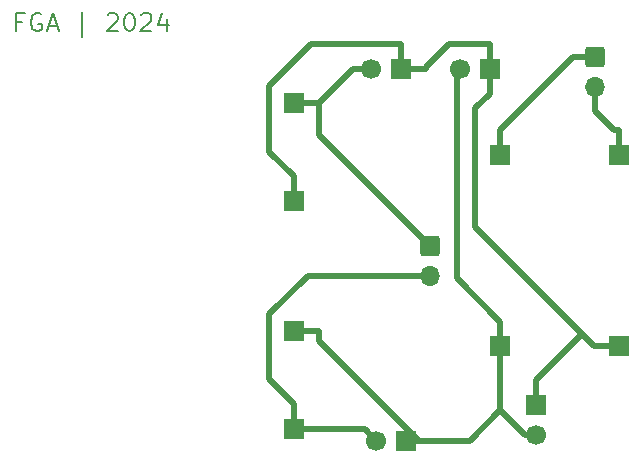
<source format=gbr>
%TF.GenerationSoftware,KiCad,Pcbnew,8.0.1*%
%TF.CreationDate,2024-11-20T12:04:04-05:00*%
%TF.ProjectId,batteryPCBa,62617474-6572-4795-9043-42612e6b6963,rev?*%
%TF.SameCoordinates,Original*%
%TF.FileFunction,Copper,L1,Top*%
%TF.FilePolarity,Positive*%
%FSLAX46Y46*%
G04 Gerber Fmt 4.6, Leading zero omitted, Abs format (unit mm)*
G04 Created by KiCad (PCBNEW 8.0.1) date 2024-11-20 12:04:04*
%MOMM*%
%LPD*%
G01*
G04 APERTURE LIST*
G04 Aperture macros list*
%AMRoundRect*
0 Rectangle with rounded corners*
0 $1 Rounding radius*
0 $2 $3 $4 $5 $6 $7 $8 $9 X,Y pos of 4 corners*
0 Add a 4 corners polygon primitive as box body*
4,1,4,$2,$3,$4,$5,$6,$7,$8,$9,$2,$3,0*
0 Add four circle primitives for the rounded corners*
1,1,$1+$1,$2,$3*
1,1,$1+$1,$4,$5*
1,1,$1+$1,$6,$7*
1,1,$1+$1,$8,$9*
0 Add four rect primitives between the rounded corners*
20,1,$1+$1,$2,$3,$4,$5,0*
20,1,$1+$1,$4,$5,$6,$7,0*
20,1,$1+$1,$6,$7,$8,$9,0*
20,1,$1+$1,$8,$9,$2,$3,0*%
G04 Aperture macros list end*
%ADD10C,0.187500*%
%TA.AperFunction,NonConductor*%
%ADD11C,0.187500*%
%TD*%
%TA.AperFunction,ComponentPad*%
%ADD12R,1.700000X1.700000*%
%TD*%
%TA.AperFunction,ComponentPad*%
%ADD13C,1.700000*%
%TD*%
%TA.AperFunction,ComponentPad*%
%ADD14RoundRect,0.250000X-0.600000X0.600000X-0.600000X-0.600000X0.600000X-0.600000X0.600000X0.600000X0*%
%TD*%
%TA.AperFunction,ComponentPad*%
%ADD15O,1.700000X1.700000*%
%TD*%
%TA.AperFunction,Conductor*%
%ADD16C,0.500000*%
%TD*%
G04 APERTURE END LIST*
D10*
D11*
X33480497Y-22020964D02*
X32980497Y-22020964D01*
X32980497Y-22806678D02*
X32980497Y-21306678D01*
X32980497Y-21306678D02*
X33694783Y-21306678D01*
X35051926Y-21378107D02*
X34909069Y-21306678D01*
X34909069Y-21306678D02*
X34694783Y-21306678D01*
X34694783Y-21306678D02*
X34480497Y-21378107D01*
X34480497Y-21378107D02*
X34337640Y-21520964D01*
X34337640Y-21520964D02*
X34266211Y-21663821D01*
X34266211Y-21663821D02*
X34194783Y-21949535D01*
X34194783Y-21949535D02*
X34194783Y-22163821D01*
X34194783Y-22163821D02*
X34266211Y-22449535D01*
X34266211Y-22449535D02*
X34337640Y-22592392D01*
X34337640Y-22592392D02*
X34480497Y-22735250D01*
X34480497Y-22735250D02*
X34694783Y-22806678D01*
X34694783Y-22806678D02*
X34837640Y-22806678D01*
X34837640Y-22806678D02*
X35051926Y-22735250D01*
X35051926Y-22735250D02*
X35123354Y-22663821D01*
X35123354Y-22663821D02*
X35123354Y-22163821D01*
X35123354Y-22163821D02*
X34837640Y-22163821D01*
X35694783Y-22378107D02*
X36409069Y-22378107D01*
X35551926Y-22806678D02*
X36051926Y-21306678D01*
X36051926Y-21306678D02*
X36551926Y-22806678D01*
X38551925Y-23306678D02*
X38551925Y-21163821D01*
X40694782Y-21449535D02*
X40766210Y-21378107D01*
X40766210Y-21378107D02*
X40909068Y-21306678D01*
X40909068Y-21306678D02*
X41266210Y-21306678D01*
X41266210Y-21306678D02*
X41409068Y-21378107D01*
X41409068Y-21378107D02*
X41480496Y-21449535D01*
X41480496Y-21449535D02*
X41551925Y-21592392D01*
X41551925Y-21592392D02*
X41551925Y-21735250D01*
X41551925Y-21735250D02*
X41480496Y-21949535D01*
X41480496Y-21949535D02*
X40623353Y-22806678D01*
X40623353Y-22806678D02*
X41551925Y-22806678D01*
X42480496Y-21306678D02*
X42623353Y-21306678D01*
X42623353Y-21306678D02*
X42766210Y-21378107D01*
X42766210Y-21378107D02*
X42837639Y-21449535D01*
X42837639Y-21449535D02*
X42909067Y-21592392D01*
X42909067Y-21592392D02*
X42980496Y-21878107D01*
X42980496Y-21878107D02*
X42980496Y-22235250D01*
X42980496Y-22235250D02*
X42909067Y-22520964D01*
X42909067Y-22520964D02*
X42837639Y-22663821D01*
X42837639Y-22663821D02*
X42766210Y-22735250D01*
X42766210Y-22735250D02*
X42623353Y-22806678D01*
X42623353Y-22806678D02*
X42480496Y-22806678D01*
X42480496Y-22806678D02*
X42337639Y-22735250D01*
X42337639Y-22735250D02*
X42266210Y-22663821D01*
X42266210Y-22663821D02*
X42194781Y-22520964D01*
X42194781Y-22520964D02*
X42123353Y-22235250D01*
X42123353Y-22235250D02*
X42123353Y-21878107D01*
X42123353Y-21878107D02*
X42194781Y-21592392D01*
X42194781Y-21592392D02*
X42266210Y-21449535D01*
X42266210Y-21449535D02*
X42337639Y-21378107D01*
X42337639Y-21378107D02*
X42480496Y-21306678D01*
X43551924Y-21449535D02*
X43623352Y-21378107D01*
X43623352Y-21378107D02*
X43766210Y-21306678D01*
X43766210Y-21306678D02*
X44123352Y-21306678D01*
X44123352Y-21306678D02*
X44266210Y-21378107D01*
X44266210Y-21378107D02*
X44337638Y-21449535D01*
X44337638Y-21449535D02*
X44409067Y-21592392D01*
X44409067Y-21592392D02*
X44409067Y-21735250D01*
X44409067Y-21735250D02*
X44337638Y-21949535D01*
X44337638Y-21949535D02*
X43480495Y-22806678D01*
X43480495Y-22806678D02*
X44409067Y-22806678D01*
X45694781Y-21806678D02*
X45694781Y-22806678D01*
X45337638Y-21235250D02*
X44980495Y-22306678D01*
X44980495Y-22306678D02*
X45909066Y-22306678D01*
D12*
%TO.P,J4,1,Pin_1*%
%TO.N,+7.4V*%
X73040000Y-26000000D03*
D13*
%TO.P,J4,2,Pin_2*%
%TO.N,GND*%
X70500000Y-26000000D03*
%TD*%
D12*
%TO.P,TP4056Mod2,1,Bat+*%
%TO.N,GND*%
X56500000Y-48150000D03*
%TO.P,TP4056Mod2,2,Bat-*%
%TO.N,Net-(J5-Pin_2)*%
X56500000Y-56500000D03*
%TD*%
%TO.P,J5,1,Pin_1*%
%TO.N,GND*%
X66000000Y-57500000D03*
D13*
%TO.P,J5,2,Pin_2*%
%TO.N,Net-(J5-Pin_2)*%
X63460000Y-57500000D03*
%TD*%
D12*
%TO.P,J1,1,Pin_1*%
%TO.N,+7.4V*%
X77000000Y-54460000D03*
D13*
%TO.P,J1,2,Pin_2*%
%TO.N,GND*%
X77000000Y-57000000D03*
%TD*%
D12*
%TO.P,TP4056Mod1,1,Bat-*%
%TO.N,Net-(J2-Pin_2)*%
X56500000Y-28850000D03*
%TO.P,TP4056Mod1,2,Bat+*%
%TO.N,+7.4V*%
X56500000Y-37200000D03*
%TD*%
%TO.P,U1,1,Out-*%
%TO.N,Net-(J3-Pin_1)*%
X73950000Y-33250000D03*
%TO.P,U1,2,Out+*%
%TO.N,Net-(J3-Pin_2)*%
X84000000Y-33250000D03*
%TO.P,U1,3,IN-*%
%TO.N,GND*%
X73950000Y-49500000D03*
%TO.P,U1,4,IN+*%
%TO.N,+7.4V*%
X84000000Y-49500000D03*
%TD*%
D14*
%TO.P,J6,1,Pin_1*%
%TO.N,Net-(J2-Pin_2)*%
X68000000Y-41000000D03*
D15*
%TO.P,J6,2,Pin_2*%
%TO.N,Net-(J5-Pin_2)*%
X68000000Y-43500000D03*
%TD*%
D12*
%TO.P,J2,1,Pin_1*%
%TO.N,+7.4V*%
X65540000Y-26000000D03*
D13*
%TO.P,J2,2,Pin_2*%
%TO.N,Net-(J2-Pin_2)*%
X63000000Y-26000000D03*
%TD*%
D14*
%TO.P,J3,1,Pin_1*%
%TO.N,Net-(J3-Pin_1)*%
X82000000Y-25000000D03*
D15*
%TO.P,J3,2,Pin_2*%
%TO.N,Net-(J3-Pin_2)*%
X82000000Y-27500000D03*
%TD*%
D16*
%TO.N,Net-(J5-Pin_2)*%
X62460000Y-56500000D02*
X63460000Y-57500000D01*
X56500000Y-56500000D02*
X62460000Y-56500000D01*
X54398300Y-52296600D02*
X56500000Y-54398300D01*
X54398300Y-46769700D02*
X54398300Y-52296600D01*
X57668000Y-43500000D02*
X54398300Y-46769700D01*
X68000000Y-43500000D02*
X57668000Y-43500000D01*
X56500000Y-56500000D02*
X56500000Y-54398300D01*
%TO.N,Net-(J3-Pin_2)*%
X83546600Y-31148300D02*
X84000000Y-31148300D01*
X82000000Y-29601700D02*
X83546600Y-31148300D01*
X82000000Y-27500000D02*
X82000000Y-29601700D01*
X84000000Y-33250000D02*
X84000000Y-31148300D01*
%TO.N,Net-(J3-Pin_1)*%
X80098300Y-25000000D02*
X73950000Y-31148300D01*
X82000000Y-25000000D02*
X80098300Y-25000000D01*
X73950000Y-33250000D02*
X73950000Y-31148300D01*
%TO.N,Net-(J2-Pin_2)*%
X61451700Y-26000000D02*
X63000000Y-26000000D01*
X58601700Y-28850000D02*
X61451700Y-26000000D01*
X56500000Y-28850000D02*
X58601700Y-28850000D01*
X58601700Y-31601700D02*
X58601700Y-28850000D01*
X68000000Y-41000000D02*
X58601700Y-31601700D01*
%TO.N,GND*%
X76027800Y-57000000D02*
X77000000Y-57000000D01*
X73950000Y-54922200D02*
X76027800Y-57000000D01*
X66000000Y-57500000D02*
X67050900Y-57500000D01*
X71372200Y-57500000D02*
X73950000Y-54922200D01*
X67050900Y-57500000D02*
X71372200Y-57500000D01*
X58601700Y-49050800D02*
X58601700Y-48150000D01*
X67050900Y-57500000D02*
X58601700Y-49050800D01*
X56500000Y-48150000D02*
X58601700Y-48150000D01*
X73950000Y-54922200D02*
X73950000Y-49500000D01*
X70296600Y-26203400D02*
X70500000Y-26000000D01*
X70296600Y-43744900D02*
X70296600Y-26203400D01*
X73950000Y-47398300D02*
X70296600Y-43744900D01*
X73950000Y-49500000D02*
X73950000Y-47398300D01*
%TO.N,+7.4V*%
X77000000Y-54460000D02*
X77000000Y-52358300D01*
X84000000Y-49500000D02*
X82949200Y-49500000D01*
X80878300Y-48480000D02*
X77000000Y-52358300D01*
X81898300Y-49500000D02*
X80878300Y-48480000D01*
X82949200Y-49500000D02*
X81898300Y-49500000D01*
X73040000Y-26315400D02*
X73040000Y-28101700D01*
X73040000Y-26315400D02*
X73040000Y-26000000D01*
X67641700Y-25868500D02*
X67641700Y-26000000D01*
X69611900Y-23898300D02*
X67641700Y-25868500D01*
X73040000Y-23898300D02*
X69611900Y-23898300D01*
X73040000Y-26000000D02*
X73040000Y-23898300D01*
X65540000Y-26000000D02*
X67641700Y-26000000D01*
X57955700Y-23898300D02*
X65540000Y-23898300D01*
X54398300Y-27455700D02*
X57955700Y-23898300D01*
X54398300Y-32996600D02*
X54398300Y-27455700D01*
X56500000Y-35098300D02*
X54398300Y-32996600D01*
X56500000Y-37200000D02*
X56500000Y-35098300D01*
X65540000Y-26000000D02*
X65540000Y-23898300D01*
X71801600Y-29340100D02*
X73040000Y-28101700D01*
X71801600Y-39403300D02*
X71801600Y-29340100D01*
X80878300Y-48480000D02*
X71801600Y-39403300D01*
%TD*%
M02*

</source>
